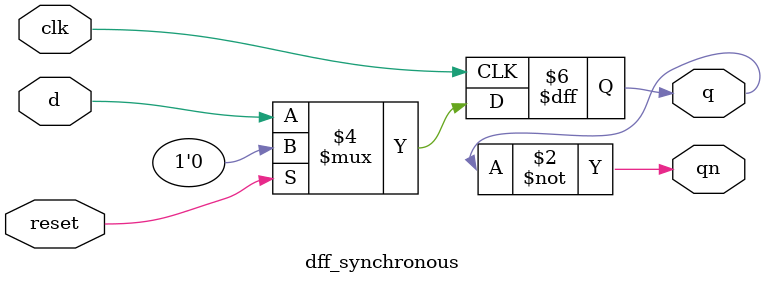
<source format=v>
module dff_synchronous(input clk,reset,d,output reg q,output qn);//depends on clk
  always@(posedge clk)
    begin
      if(reset)
        q<=0;
      else
        q<=d;
    end
  assign qn=~q;
endmodule
    
</source>
